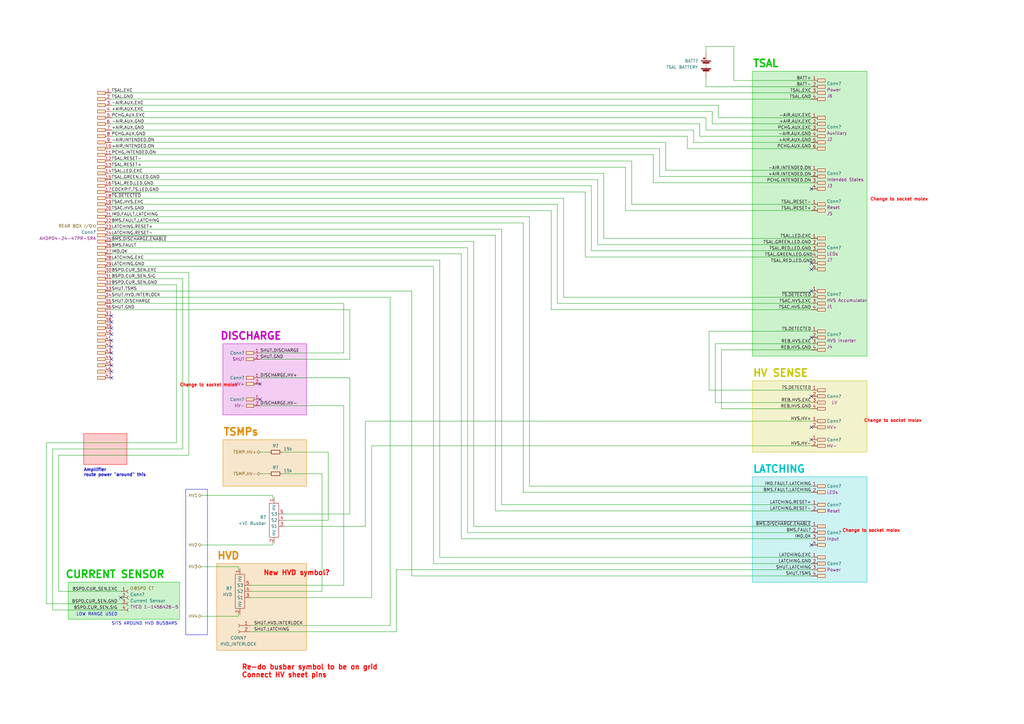
<source format=kicad_sch>
(kicad_sch (version 20231120) (generator "eeschema") (generator_version "8.0")
  (paper "A3")
  (title_block (title "LOOM - REAR BOX"))
  (lib_symbols
    (symbol "Connector:Conn_01x02_Socket" (pin_names (offset 1.016) hide)
      (property "Reference" "J" (at 0 2.54 0))
      (property "Value" "Conn_01x02_Socket" (at 0 -5.08 0))
      (symbol "Conn_01x02_Socket_1_1"
        (arc (start 0 -2.032) (mid -0.5058 -2.54) (end 0 -3.048) (stroke (width 0.1524)))
        (polyline (pts (xy -1.27 -2.54) (xy -0.508 -2.54)) (stroke (width 0.1524)))
        (polyline (pts (xy -1.27 0) (xy -0.508 0)) (stroke (width 0.1524)))
        (arc (start 0 0.508) (mid -0.5058 0) (end 0 -0.508) (stroke (width 0.1524)))
        (pin passive line (at -5.08 0 0) (length 3.81) (name "Pin_1") (number "1"))
        (pin passive line (at -5.08 -2.54 0) (length 3.81) (name "Pin_2") (number "2"))
      )
    )
    (symbol "Connectors_SUFST:AMPHENOL-47P-Pannel"
      (property "Reference" "Conn" (at 0 -1.905 0))
      (property "P/N" "AHDP04-24-47PR-SRA" (at 0 0 0))
      (symbol "AMPHENOL-47P-Pannel_0_1"
        (polyline (pts (xy -0.635 -121.285) (xy 1.905 -121.285)))
        (polyline (pts (xy -0.635 -116.205) (xy 1.905 -116.205)))
        (polyline (pts (xy -0.635 -111.125) (xy 1.905 -111.125)))
        (polyline (pts (xy -0.635 -106.045) (xy 1.905 -106.045)))
        (polyline (pts (xy -0.635 -100.965) (xy 1.905 -100.965)))
        (polyline (pts (xy -0.635 -95.885) (xy 1.905 -95.885)))
        (polyline (pts (xy -0.635 -90.805) (xy 1.905 -90.805)))
        (polyline (pts (xy -0.635 -85.725) (xy 1.905 -85.725)))
        (polyline (pts (xy -0.635 -80.645) (xy 1.905 -80.645)))
        (polyline (pts (xy -0.635 -75.565) (xy 1.905 -75.565)))
        (polyline (pts (xy -0.635 -70.485) (xy 1.905 -70.485)))
        (polyline (pts (xy -0.635 -65.405) (xy 1.905 -65.405)))
        (polyline (pts (xy -0.635 -60.325) (xy 1.905 -60.325)))
        (polyline (pts (xy -0.635 -55.245) (xy 1.905 -55.245)))
        (polyline (pts (xy -0.635 -50.165) (xy 1.905 -50.165)))
        (polyline (pts (xy -0.635 -45.085) (xy 1.905 -45.085)))
        (polyline (pts (xy -0.635 -40.005) (xy 1.905 -40.005)))
        (polyline (pts (xy -0.635 -34.925) (xy 1.905 -34.925)))
        (polyline (pts (xy -0.635 -29.845) (xy 1.905 -29.845)))
        (polyline (pts (xy -0.635 -24.765) (xy 1.905 -24.765)))
        (polyline (pts (xy -0.635 -19.685) (xy 1.905 -19.685)))
        (polyline (pts (xy -0.635 -14.605) (xy 1.905 -14.605)))
        (polyline (pts (xy -0.635 -9.525) (xy 1.905 -9.525)))
        (polyline (pts (xy -0.635 -4.445) (xy 1.905 -4.445)))
      )
      (symbol "AMPHENOL-47P-Pannel_1_1"
        (rectangle (start -3.81 -120.65) (end -0.635 -121.92) (fill (type color) (color 255 229 191 1)))
        (rectangle (start -3.81 -118.11) (end -0.635 -119.38) (fill (type color) (color 255 229 191 1)))
        (rectangle (start -3.81 -115.57) (end -0.635 -116.84) (fill (type color) (color 255 229 191 1)))
        (rectangle (start -3.81 -113.03) (end -0.635 -114.3) (fill (type color) (color 255 229 191 1)))
        (rectangle (start -3.81 -110.49) (end -0.635 -111.76) (fill (type color) (color 255 229 191 1)))
        (rectangle (start -3.81 -107.95) (end -0.635 -109.22) (fill (type color) (color 255 229 191 1)))
        (rectangle (start -3.81 -105.41) (end -0.635 -106.68) (fill (type color) (color 255 229 191 1)))
        (rectangle (start -3.81 -102.87) (end -0.635 -104.14) (fill (type color) (color 255 229 191 1)))
        (rectangle (start -3.81 -100.33) (end -0.635 -101.6) (fill (type color) (color 255 229 191 1)))
        (rectangle (start -3.81 -97.79) (end -0.635 -99.06) (fill (type color) (color 255 229 191 1)))
        (rectangle (start -3.81 -95.25) (end -0.635 -96.52) (fill (type color) (color 255 229 191 1)))
        (rectangle (start -3.81 -92.71) (end -0.635 -93.98) (fill (type color) (color 255 229 191 1)))
        (rectangle (start -3.81 -90.17) (end -0.635 -91.44) (fill (type color) (color 255 229 191 1)))
        (rectangle (start -3.81 -87.63) (end -0.635 -88.9) (fill (type color) (color 255 229 191 1)))
        (rectangle (start -3.81 -85.09) (end -0.635 -86.36) (fill (type color) (color 255 229 191 1)))
        (rectangle (start -3.81 -82.55) (end -0.635 -83.82) (fill (type color) (color 255 229 191 1)))
        (rectangle (start -3.81 -80.01) (end -0.635 -81.28) (fill (type color) (color 255 229 191 1)))
        (rectangle (start -3.81 -77.47) (end -0.635 -78.74) (fill (type color) (color 255 229 191 1)))
        (rectangle (start -3.81 -74.93) (end -0.635 -76.2) (fill (type color) (color 255 229 191 1)))
        (rectangle (start -3.81 -72.39) (end -0.635 -73.66) (fill (type color) (color 255 229 191 1)))
        (rectangle (start -3.81 -69.85) (end -0.635 -71.12) (fill (type color) (color 255 229 191 1)))
        (rectangle (start -3.81 -67.31) (end -0.635 -68.58) (fill (type color) (color 255 229 191 1)))
        (rectangle (start -3.81 -64.77) (end -0.635 -66.04) (fill (type color) (color 255 229 191 1)))
        (rectangle (start -3.81 -62.23) (end -0.635 -63.5) (fill (type color) (color 255 229 191 1)))
        (rectangle (start -3.81 -59.69) (end -0.635 -60.96) (fill (type color) (color 255 229 191 1)))
        (rectangle (start -3.81 -57.15) (end -0.635 -58.42) (fill (type color) (color 255 229 191 1)))
        (rectangle (start -3.81 -54.61) (end -0.635 -55.88) (fill (type color) (color 255 229 191 1)))
        (rectangle (start -3.81 -52.07) (end -0.635 -53.34) (fill (type color) (color 255 229 191 1)))
        (rectangle (start -3.81 -49.53) (end -0.635 -50.8) (fill (type color) (color 255 229 191 1)))
        (rectangle (start -3.81 -46.99) (end -0.635 -48.26) (fill (type color) (color 255 229 191 1)))
        (rectangle (start -3.81 -44.45) (end -0.635 -45.72) (fill (type color) (color 255 229 191 1)))
        (rectangle (start -3.81 -41.91) (end -0.635 -43.18) (fill (type color) (color 255 229 191 1)))
        (rectangle (start -3.81 -39.37) (end -0.635 -40.64) (fill (type color) (color 255 229 191 1)))
        (rectangle (start -3.81 -36.83) (end -0.635 -38.1) (fill (type color) (color 255 229 191 1)))
        (rectangle (start -3.81 -34.29) (end -0.635 -35.56) (fill (type color) (color 255 229 191 1)))
        (rectangle (start -3.81 -31.75) (end -0.635 -33.02) (fill (type color) (color 255 229 191 1)))
        (rectangle (start -3.81 -29.21) (end -0.635 -30.48) (fill (type color) (color 255 229 191 1)))
        (rectangle (start -3.81 -26.67) (end -0.635 -27.94) (fill (type color) (color 255 229 191 1)))
        (rectangle (start -3.81 -24.13) (end -0.635 -25.4) (fill (type color) (color 255 229 191 1)))
        (rectangle (start -3.81 -21.59) (end -0.635 -22.86) (fill (type color) (color 255 229 191 1)))
        (rectangle (start -3.81 -19.05) (end -0.635 -20.32) (fill (type color) (color 255 229 191 1)))
        (rectangle (start -3.81 -16.51) (end -0.635 -17.78) (fill (type color) (color 255 229 191 1)))
        (rectangle (start -3.81 -13.97) (end -0.635 -15.24) (fill (type color) (color 255 229 191 1)))
        (rectangle (start -3.81 -11.43) (end -0.635 -12.7) (fill (type color) (color 255 229 191 1)))
        (rectangle (start -3.81 -8.89) (end -0.635 -10.16) (fill (type color) (color 255 229 191 1)))
        (rectangle (start -3.81 -6.35) (end -0.635 -7.62) (fill (type color) (color 255 229 191 1)))
        (rectangle (start -3.81 -3.81) (end -0.635 -5.08) (fill (type color) (color 255 229 191 1)))
        (pin input line (at 1.905 -4.445 180) (length 2.54) (name "") (number "1"))
        (pin input line (at 1.905 -27.305 180) (length 2.54) (name "") (number "10"))
        (pin input line (at 1.905 -29.845 180) (length 2.54) (name "") (number "11"))
        (pin input line (at 1.905 -32.385 180) (length 2.54) (name "") (number "12"))
        (pin input line (at 1.905 -34.925 180) (length 2.54) (name "") (number "13"))
        (pin input line (at 1.905 -37.465 180) (length 2.54) (name "") (number "14"))
        (pin input line (at 1.905 -40.005 180) (length 2.54) (name "") (number "15"))
        (pin input line (at 1.905 -42.545 180) (length 2.54) (name "") (number "16"))
        (pin input line (at 1.905 -45.085 180) (length 2.54) (name "") (number "17"))
        (pin input line (at 1.905 -47.625 180) (length 2.54) (name "") (number "18"))
        (pin input line (at 1.905 -50.165 180) (length 2.54) (name "") (number "19"))
        (pin input line (at 1.905 -6.985 180) (length 2.54) (name "") (number "2"))
        (pin input line (at 1.905 -52.705 180) (length 2.54) (name "") (number "20"))
        (pin input line (at 1.905 -55.245 180) (length 2.54) (name "") (number "21"))
        (pin input line (at 1.905 -57.785 180) (length 2.54) (name "") (number "22"))
        (pin input line (at 1.905 -60.325 180) (length 2.54) (name "") (number "23"))
        (pin input line (at 1.905 -62.865 180) (length 2.54) (name "") (number "24"))
        (pin input line (at 1.905 -65.405 180) (length 2.54) (name "") (number "25"))
        (pin input line (at 1.905 -67.945 180) (length 2.54) (name "") (number "26"))
        (pin input line (at 1.905 -70.485 180) (length 2.54) (name "") (number "27"))
        (pin input line (at 1.905 -73.025 180) (length 2.54) (name "") (number "28"))
        (pin input line (at 1.905 -75.565 180) (length 2.54) (name "") (number "29"))
        (pin input line (at 1.905 -9.525 180) (length 2.54) (name "") (number "3"))
        (pin input line (at 1.905 -78.105 180) (length 2.54) (name "") (number "30"))
        (pin input line (at 1.905 -80.645 180) (length 2.54) (name "") (number "31"))
        (pin input line (at 1.905 -83.185 180) (length 2.54) (name "") (number "32"))
        (pin input line (at 1.905 -85.725 180) (length 2.54) (name "") (number "33"))
        (pin input line (at 1.905 -88.265 180) (length 2.54) (name "") (number "34"))
        (pin input line (at 1.905 -90.805 180) (length 2.54) (name "") (number "35"))
        (pin input line (at 1.905 -93.345 180) (length 2.54) (name "") (number "36"))
        (pin input line (at 1.905 -95.885 180) (length 2.54) (name "") (number "37"))
        (pin input line (at 1.905 -98.425 180) (length 2.54) (name "") (number "38"))
        (pin input line (at 1.905 -100.965 180) (length 2.54) (name "") (number "39"))
        (pin input line (at 1.905 -12.065 180) (length 2.54) (name "") (number "4"))
        (pin input line (at 1.905 -103.505 180) (length 2.54) (name "") (number "40"))
        (pin input line (at 1.905 -106.045 180) (length 2.54) (name "") (number "41"))
        (pin input line (at 1.905 -108.585 180) (length 2.54) (name "") (number "42"))
        (pin input line (at 1.905 -111.125 180) (length 2.54) (name "") (number "43"))
        (pin input line (at 1.905 -113.665 180) (length 2.54) (name "") (number "44"))
        (pin input line (at 1.905 -116.205 180) (length 2.54) (name "") (number "45"))
        (pin input line (at 1.905 -118.745 180) (length 2.54) (name "") (number "46"))
        (pin input line (at 1.905 -121.285 180) (length 2.54) (name "") (number "47"))
        (pin input line (at 1.905 -14.605 180) (length 2.54) (name "") (number "5"))
        (pin input line (at 1.905 -17.145 180) (length 2.54) (name "") (number "6"))
        (pin input line (at 1.905 -19.685 180) (length 2.54) (name "") (number "7"))
        (pin input line (at 1.905 -22.225 180) (length 2.54) (name "") (number "8"))
        (pin input line (at 1.905 -24.765 180) (length 2.54) (name "") (number "9"))
      )
    )
    (symbol "Connectors_SUFST:Bus_Bar"
      (property "Reference" "B" (at 0 1.27 0))
      (symbol "Bus_Bar_0_1"
        (rectangle (start -6.985 -2.54) (end 6.985 -6.35))
      )
      (symbol "Bus_Bar_1_1"
        (pin input line (at 9.525 -4.445 180) (length 2.54) (name "HV") (number "1"))
        (pin input line (at -9.525 -4.445 0) (length 2.54) (name "HV") (number "2"))
        (pin input line (at -2.54 -8.89 90) (length 2.54) (name "S1") (number "3"))
        (pin input line (at 0 -8.89 90) (length 2.54) (name "S2") (number "4"))
        (pin input line (at 2.54 -8.89 90) (length 2.54) (name "S3") (number "5"))
      )
    )
    (symbol "Connectors_SUFST:Current Sensor Connector"
      (property "Reference" "Conn" (at -0.635 1.27 0))
      (property "P/N" "TYCO 1-1456426-5" (at 0 5.08 0))
      (symbol "Current Sensor Connector_0_1"
        (arc (start -2.5368 -7.6207) (mid -1.9833 -6.9863) (end -2.5355 -6.3507))
        (arc (start -2.5368 -2.5407) (mid -1.9833 -1.9063) (end -2.5355 -1.2707))
        (arc (start -2.4524 -10.1601) (mid -1.8989 -9.5257) (end -2.4511 -8.8901))
        (arc (start -2.4524 -5.0801) (mid -1.8989 -4.4457) (end -2.4511 -3.8101))
      )
      (symbol "Current Sensor Connector_1_1"
        (pin input line (at 0.635 -9.525 180) (length 2.54) (name "") (number "1"))
        (pin input line (at 0.635 -6.985 180) (length 2.54) (name "") (number "2"))
        (pin input line (at 0.635 -4.445 180) (length 2.54) (name "") (number "3"))
        (pin input line (at 0.635 -1.905 180) (length 2.54) (name "") (number "4"))
      )
    )
    (symbol "Connectors_SUFST:Molex_2x1P_Horizontal_THT"
      (property "Reference" "Conn" (at 0 -1.905 0))
      (symbol "Molex_2x1P_Horizontal_THT_0_1"
        (polyline (pts (xy -0.635 -4.445) (xy 1.905 -4.445)))
      )
      (symbol "Molex_2x1P_Horizontal_THT_1_1"
        (rectangle (start -3.81 -6.35) (end -0.635 -7.62) (fill (type color) (color 255 229 191 1)))
        (rectangle (start -3.81 -3.81) (end -0.635 -5.08) (fill (type color) (color 255 229 191 1)))
        (pin input line (at 1.905 -6.985 180) (length 2.54) (name "") (number "1"))
        (pin input line (at 1.905 -4.445 180) (length 2.54) (name "") (number "2"))
      )
    )
    (symbol "Connectors_SUFST:Molex_2x2P_Horizontal"
      (property "Reference" "Conn" (at 0 -1.905 0))
      (symbol "Molex_2x2P_Horizontal_0_1"
        (polyline (pts (xy -0.635 -9.525) (xy 1.905 -9.525)))
        (polyline (pts (xy -0.635 -4.445) (xy 1.905 -4.445)))
      )
      (symbol "Molex_2x2P_Horizontal_1_1"
        (rectangle (start -3.81 -11.43) (end -0.635 -12.7) (fill (type color) (color 255 229 191 1)))
        (rectangle (start -3.81 -8.89) (end -0.635 -10.16) (fill (type color) (color 255 229 191 1)))
        (rectangle (start -3.81 -6.35) (end -0.635 -7.62) (fill (type color) (color 255 229 191 1)))
        (rectangle (start -3.81 -3.81) (end -0.635 -5.08) (fill (type color) (color 255 229 191 1)))
        (pin input line (at 1.905 -12.065 180) (length 2.54) (name "") (number "1"))
        (pin input line (at 1.905 -9.525 180) (length 2.54) (name "") (number "2"))
        (pin input line (at 1.905 -6.985 180) (length 2.54) (name "") (number "3"))
        (pin input line (at 1.905 -4.445 180) (length 2.54) (name "") (number "4"))
      )
    )
    (symbol "Connectors_SUFST:Molex_6x1P_Horizontal_THT"
      (property "Reference" "Conn" (at 0 -1.905 0))
      (symbol "Molex_6x1P_Horizontal_THT_0_1"
        (polyline (pts (xy -0.635 -14.605) (xy 1.905 -14.605)))
        (polyline (pts (xy -0.635 -9.525) (xy 1.905 -9.525)))
        (polyline (pts (xy -0.635 -4.445) (xy 1.905 -4.445)))
      )
      (symbol "Molex_6x1P_Horizontal_THT_1_1"
        (rectangle (start -3.81 -16.51) (end -0.635 -17.78) (fill (type color) (color 255 229 191 1)))
        (rectangle (start -3.81 -13.97) (end -0.635 -15.24) (fill (type color) (color 255 229 191 1)))
        (rectangle (start -3.81 -11.43) (end -0.635 -12.7) (fill (type color) (color 255 229 191 1)))
        (rectangle (start -3.81 -8.89) (end -0.635 -10.16) (fill (type color) (color 255 229 191 1)))
        (rectangle (start -3.81 -6.35) (end -0.635 -7.62) (fill (type color) (color 255 229 191 1)))
        (rectangle (start -3.81 -3.81) (end -0.635 -5.08) (fill (type color) (color 255 229 191 1)))
        (pin input line (at 1.905 -4.445 180) (length 2.54) (name "") (number "1"))
        (pin input line (at 1.905 -6.985 180) (length 2.54) (name "") (number "2"))
        (pin input line (at 1.905 -9.525 180) (length 2.54) (name "") (number "3"))
        (pin input line (at 1.905 -12.065 180) (length 2.54) (name "") (number "4"))
        (pin input line (at 1.905 -14.605 180) (length 2.54) (name "") (number "5"))
        (pin input line (at 1.905 -17.145 180) (length 2.54) (name "") (number "6"))
      )
    )
    (symbol "Device:Battery" (pin_numbers hide) (pin_names (offset 0) hide)
      (property "Reference" "BT" (at 2.54 2.54 0))
      (property "Value" "Battery" (at 2.54 0 0))
      (symbol "Battery_0_1"
        (rectangle (start -2.032 -1.397) (end 2.032 -1.651) (fill (type outline)))
        (rectangle (start -2.032 1.778) (end 2.032 1.524) (fill (type outline)))
        (rectangle (start -1.3208 -1.9812) (end 1.27 -2.4892) (fill (type outline)))
        (rectangle (start -1.3208 1.1938) (end 1.27 0.6858) (fill (type outline)))
        (polyline (pts (xy 0 -1.524) (xy 0 -1.27)))
        (polyline (pts (xy 0 -1.016) (xy 0 -0.762)))
        (polyline (pts (xy 0 -0.508) (xy 0 -0.254)))
        (polyline (pts (xy 0 0) (xy 0 0.254)))
        (polyline (pts (xy 0 0.508) (xy 0 0.762)))
        (polyline (pts (xy 0 1.778) (xy 0 2.54)))
        (polyline (pts (xy 0.254 2.667) (xy 1.27 2.667)) (stroke (width 0.254)))
        (polyline (pts (xy 0.762 3.175) (xy 0.762 2.159)) (stroke (width 0.254)))
      )
      (symbol "Battery_1_1"
        (pin passive line (at 0 5.08 270) (length 2.54) (name "+") (number "1"))
        (pin passive line (at 0 -5.08 90) (length 2.54) (name "-") (number "2"))
      )
    )
    (symbol "Device:R_Small" (pin_numbers hide) (pin_names (offset 0.254) hide)
      (property "Reference" "R" (at 0.762 0.508 0))
      (property "Value" "R_Small" (at 0.762 -1.016 0))
      (symbol "R_Small_0_1"
        (rectangle (start -0.762 1.778) (end 0.762 -1.778) (stroke (width 0.2032)))
      )
      (symbol "R_Small_1_1"
        (pin passive line (at 0 2.54 270) (length 0.762) (name "~") (number "1"))
        (pin passive line (at 0 -2.54 90) (length 0.762) (name "~") (number "2"))
      )
    )
    (symbol "Molex_2x2P_Horizontal_1"
      (property "Reference" "Conn" (at 0 -1.905 0))
      (symbol "Molex_2x2P_Horizontal_1_0_1"
        (polyline (pts (xy -0.635 -9.525) (xy 1.905 -9.525)))
        (polyline (pts (xy -0.635 -4.445) (xy 1.905 -4.445)))
      )
      (symbol "Molex_2x2P_Horizontal_1_1_1"
        (rectangle (start -3.81 -11.43) (end -0.635 -12.7) (fill (type color) (color 255 229 191 1)))
        (rectangle (start -3.81 -8.89) (end -0.635 -10.16) (fill (type color) (color 255 229 191 1)))
        (rectangle (start -3.81 -6.35) (end -0.635 -7.62) (fill (type color) (color 255 229 191 1)))
        (rectangle (start -3.81 -3.81) (end -0.635 -5.08) (fill (type color) (color 255 229 191 1)))
        (pin input line (at 1.905 -12.065 180) (length 2.54) (name "") (number "1"))
        (pin input line (at 1.905 -9.525 180) (length 2.54) (name "") (number "2"))
        (pin input line (at 1.905 -6.985 180) (length 2.54) (name "") (number "3"))
        (pin input line (at 1.905 -4.445 180) (length 2.54) (name "") (number "4"))
      )
    )
  )
  (no_connect (at 45.72 134.62))
  (no_connect (at 45.72 142.24))
  (no_connect (at 332.74 175.26))
  (no_connect (at 45.72 144.78))
  (no_connect (at 332.74 77.47))
  (no_connect (at 332.74 107.95))
  (no_connect (at 332.74 162.56))
  (no_connect (at 332.74 110.49))
  (no_connect (at 332.74 119.38))
  (no_connect (at 106.68 163.83))
  (no_connect (at 49.53 245.11))
  (no_connect (at 45.72 147.32))
  (no_connect (at 45.72 129.54))
  (no_connect (at 332.74 223.52))
  (no_connect (at 45.72 137.16))
  (no_connect (at 106.68 157.48))
  (no_connect (at 332.74 138.43))
  (no_connect (at 45.72 149.86))
  (no_connect (at 45.72 132.08))
  (no_connect (at 45.72 154.94))
  (no_connect (at 332.74 180.34))
  (no_connect (at 45.72 152.4))
  (no_connect (at 45.72 139.7))
  (wire (pts (xy 281.94 60.96) (xy 332.74 60.96)))
  (wire (pts (xy 194.31 99.06) (xy 194.31 215.9)))
  (wire (pts (xy 245.11 100.33) (xy 332.74 100.33)))
  (wire (pts (xy 284.48 53.34) (xy 284.48 58.42)))
  (wire (pts (xy 97.79 252.73) (xy 97.79 251.46)))
  (wire (pts (xy 228.6 124.46) (xy 332.74 124.46)))
  (wire (pts (xy 45.72 58.42) (xy 273.05 58.42)))
  (wire (pts (xy 45.72 106.68) (xy 180.34 106.68)))
  (wire (pts (xy 45.72 55.88) (xy 281.94 55.88)))
  (wire (pts (xy 45.72 48.26) (xy 289.56 48.26)))
  (wire (pts (xy 24.13 186.69) (xy 77.47 186.69)))
  (wire (pts (xy 245.11 73.66) (xy 245.11 100.33)))
  (wire (pts (xy 106.68 154.94) (xy 143.51 154.94)))
  (wire (pts (xy 77.47 111.76) (xy 45.72 111.76)))
  (wire (pts (xy 293.37 165.1) (xy 293.37 140.97)))
  (wire (pts (xy 45.72 78.74) (xy 240.03 78.74)))
  (wire (pts (xy 140.97 144.78) (xy 140.97 124.46)))
  (wire (pts (xy 134.62 185.42) (xy 134.62 213.36)))
  (wire (pts (xy 45.72 124.46) (xy 140.97 124.46)))
  (wire (pts (xy 72.39 181.61) (xy 72.39 116.84)))
  (wire (pts (xy 203.2 96.52) (xy 203.2 209.55)))
  (wire (pts (xy 45.72 50.8) (xy 287.02 50.8)))
  (wire (pts (xy 292.1 45.72) (xy 292.1 50.8)))
  (wire (pts (xy 49.53 247.65) (xy 19.05 247.65)))
  (wire (pts (xy 102.87 256.54) (xy 160.02 256.54)))
  (wire (pts (xy 45.72 38.1) (xy 332.74 38.1)))
  (wire (pts (xy 106.68 147.32) (xy 143.51 147.32)))
  (wire (pts (xy 45.72 96.52) (xy 203.2 96.52)))
  (wire (pts (xy 45.72 45.72) (xy 292.1 45.72)))
  (wire (pts (xy 267.97 74.93) (xy 332.74 74.93)))
  (wire (pts (xy 189.23 104.14) (xy 189.23 220.98)))
  (wire (pts (xy 19.05 181.61) (xy 72.39 181.61)))
  (wire (pts (xy 259.08 66.04) (xy 259.08 83.82)))
  (wire (pts (xy 143.51 127) (xy 143.51 147.32)))
  (wire (pts (xy 21.59 250.19) (xy 49.53 250.19)))
  (wire (pts (xy 45.72 93.98) (xy 205.74 93.98)))
  (wire (pts (xy 134.62 213.36) (xy 116.84 213.36)))
  (wire (pts (xy 247.65 71.12) (xy 247.65 97.79)))
  (wire (pts (xy 152.4 182.88) (xy 152.4 245.11)))
  (wire (pts (xy 228.6 83.82) (xy 228.6 124.46)))
  (wire (pts (xy 293.37 140.97) (xy 332.74 140.97)))
  (wire (pts (xy 72.39 116.84) (xy 45.72 116.84)))
  (wire (pts (xy 77.47 186.69) (xy 77.47 111.76)))
  (wire (pts (xy 332.74 167.64) (xy 295.91 167.64)))
  (wire (pts (xy 214.63 201.93) (xy 332.74 201.93)))
  (wire (pts (xy 287.02 50.8) (xy 287.02 55.88)))
  (wire (pts (xy 242.57 102.87) (xy 332.74 102.87)))
  (wire (pts (xy 168.91 119.38) (xy 168.91 236.22)))
  (wire (pts (xy 74.93 114.3) (xy 74.93 184.15)))
  (wire (pts (xy 45.72 86.36) (xy 226.06 86.36)))
  (wire (pts (xy 290.83 160.02) (xy 290.83 135.89)))
  (wire (pts (xy 289.56 35.56) (xy 332.74 35.56)))
  (wire (pts (xy 273.05 58.42) (xy 273.05 69.85)))
  (wire (pts (xy 332.74 182.88) (xy 152.4 182.88)))
  (wire (pts (xy 102.87 259.08) (xy 162.56 259.08)))
  (wire (pts (xy 194.31 215.9) (xy 332.74 215.9)))
  (wire (pts (xy 191.77 218.44) (xy 332.74 218.44)))
  (wire (pts (xy 294.64 48.26) (xy 332.74 48.26)))
  (wire (pts (xy 45.72 76.2) (xy 242.57 76.2)))
  (wire (pts (xy 226.06 127) (xy 332.74 127)))
  (wire (pts (xy 45.72 40.64) (xy 332.74 40.64)))
  (wire (pts (xy 24.13 242.57) (xy 24.13 186.69)))
  (wire (pts (xy 270.51 72.39) (xy 332.74 72.39)))
  (wire (pts (xy 45.72 114.3) (xy 74.93 114.3)))
  (wire (pts (xy 160.02 121.92) (xy 160.02 256.54)))
  (wire (pts (xy 19.05 247.65) (xy 19.05 181.61)))
  (wire (pts (xy 82.55 203.2) (xy 111.76 203.2)))
  (wire (pts (xy 106.68 185.42) (xy 110.49 185.42)))
  (wire (pts (xy 45.72 101.6) (xy 191.77 101.6)))
  (wire (pts (xy 45.72 66.04) (xy 259.08 66.04)))
  (wire (pts (xy 273.05 69.85) (xy 332.74 69.85)))
  (wire (pts (xy 256.54 68.58) (xy 256.54 86.36)))
  (wire (pts (xy 162.56 233.68) (xy 162.56 259.08)))
  (wire (pts (xy 45.72 63.5) (xy 267.97 63.5)))
  (wire (pts (xy 214.63 91.44) (xy 214.63 201.93)))
  (wire (pts (xy 332.74 160.02) (xy 290.83 160.02)))
  (wire (pts (xy 45.72 88.9) (xy 217.17 88.9)))
  (wire (pts (xy 332.74 172.72) (xy 149.86 172.72)))
  (wire (pts (xy 267.97 63.5) (xy 267.97 74.93)))
  (wire (pts (xy 177.8 109.22) (xy 177.8 231.14)))
  (wire (pts (xy 259.08 83.82) (xy 332.74 83.82)))
  (wire (pts (xy 106.68 144.78) (xy 140.97 144.78)))
  (wire (pts (xy 45.72 43.18) (xy 294.64 43.18)))
  (wire (pts (xy 332.74 165.1) (xy 293.37 165.1)))
  (wire (pts (xy 284.48 58.42) (xy 332.74 58.42)))
  (wire (pts (xy 102.87 240.03) (xy 140.97 240.03)))
  (wire (pts (xy 240.03 78.74) (xy 240.03 105.41)))
  (wire (pts (xy 295.91 167.64) (xy 295.91 143.51)))
  (wire (pts (xy 289.56 19.05) (xy 289.56 21.59)))
  (wire (pts (xy 111.76 203.2) (xy 111.76 204.47)))
  (wire (pts (xy 191.77 101.6) (xy 191.77 218.44)))
  (wire (pts (xy 45.72 91.44) (xy 214.63 91.44)))
  (wire (pts (xy 45.72 73.66) (xy 245.11 73.66)))
  (wire (pts (xy 217.17 199.39) (xy 332.74 199.39)))
  (wire (pts (xy 217.17 88.9) (xy 217.17 199.39)))
  (wire (pts (xy 45.72 119.38) (xy 168.91 119.38)))
  (wire (pts (xy 287.02 55.88) (xy 332.74 55.88)))
  (wire (pts (xy 45.72 60.96) (xy 270.51 60.96)))
  (wire (pts (xy 132.08 242.57) (xy 132.08 194.31)))
  (wire (pts (xy 45.72 68.58) (xy 256.54 68.58)))
  (wire (pts (xy 281.94 55.88) (xy 281.94 60.96)))
  (wire (pts (xy 294.64 43.18) (xy 294.64 48.26)))
  (wire (pts (xy 162.56 233.68) (xy 332.74 233.68)))
  (wire (pts (xy 292.1 50.8) (xy 332.74 50.8)))
  (wire (pts (xy 226.06 86.36) (xy 226.06 127)))
  (wire (pts (xy 205.74 93.98) (xy 205.74 207.01)))
  (wire (pts (xy 45.72 121.92) (xy 160.02 121.92)))
  (wire (pts (xy 132.08 194.31) (xy 115.57 194.31)))
  (wire (pts (xy 180.34 228.6) (xy 332.74 228.6)))
  (wire (pts (xy 149.86 172.72) (xy 149.86 215.9)))
  (wire (pts (xy 45.72 71.12) (xy 247.65 71.12)))
  (wire (pts (xy 45.72 109.22) (xy 177.8 109.22)))
  (wire (pts (xy 45.72 127) (xy 143.51 127)))
  (wire (pts (xy 82.55 223.52) (xy 111.76 223.52)))
  (wire (pts (xy 115.57 185.42) (xy 134.62 185.42)))
  (wire (pts (xy 256.54 86.36) (xy 332.74 86.36)))
  (wire (pts (xy 240.03 105.41) (xy 332.74 105.41)))
  (wire (pts (xy 111.76 223.52) (xy 111.76 222.25)))
  (wire (pts (xy 143.51 210.82) (xy 143.51 154.94)))
  (wire (pts (xy 177.8 231.14) (xy 332.74 231.14)))
  (wire (pts (xy 231.14 81.28) (xy 231.14 121.92)))
  (wire (pts (xy 231.14 121.92) (xy 332.74 121.92)))
  (wire (pts (xy 168.91 236.22) (xy 332.74 236.22)))
  (wire (pts (xy 203.2 209.55) (xy 332.74 209.55)))
  (wire (pts (xy 289.56 31.75) (xy 289.56 35.56)))
  (wire (pts (xy 205.74 207.01) (xy 332.74 207.01)))
  (wire (pts (xy 270.51 60.96) (xy 270.51 72.39)))
  (wire (pts (xy 289.56 48.26) (xy 289.56 53.34)))
  (wire (pts (xy 152.4 245.11) (xy 102.87 245.11)))
  (wire (pts (xy 45.72 83.82) (xy 228.6 83.82)))
  (wire (pts (xy 140.97 240.03) (xy 140.97 166.37)))
  (wire (pts (xy 106.68 194.31) (xy 110.49 194.31)))
  (wire (pts (xy 82.55 232.41) (xy 97.79 232.41)))
  (wire (pts (xy 332.74 143.51) (xy 295.91 143.51)))
  (wire (pts (xy 332.74 33.02) (xy 300.99 33.02)))
  (wire (pts (xy 49.53 242.57) (xy 24.13 242.57)))
  (wire (pts (xy 45.72 104.14) (xy 189.23 104.14)))
  (wire (pts (xy 45.72 53.34) (xy 284.48 53.34)))
  (wire (pts (xy 300.99 19.05) (xy 289.56 19.05)))
  (wire (pts (xy 149.86 215.9) (xy 116.84 215.9)))
  (wire (pts (xy 140.97 166.37) (xy 106.68 166.37)))
  (wire (pts (xy 289.56 53.34) (xy 332.74 53.34)))
  (wire (pts (xy 45.72 99.06) (xy 194.31 99.06)))
  (wire (pts (xy 74.93 184.15) (xy 21.59 184.15)))
  (wire (pts (xy 180.34 106.68) (xy 180.34 228.6)))
  (wire (pts (xy 82.55 252.73) (xy 97.79 252.73)))
  (wire (pts (xy 45.72 81.28) (xy 231.14 81.28)))
  (wire (pts (xy 21.59 184.15) (xy 21.59 250.19)))
  (wire (pts (xy 97.79 232.41) (xy 97.79 233.68)))
  (wire (pts (xy 290.83 135.89) (xy 332.74 135.89)))
  (wire (pts (xy 189.23 220.98) (xy 332.74 220.98)))
  (wire (pts (xy 116.84 210.82) (xy 143.51 210.82)))
  (wire (pts (xy 300.99 33.02) (xy 300.99 19.05)))
  (wire (pts (xy 247.65 97.79) (xy 332.74 97.79)))
  (wire (pts (xy 102.87 242.57) (xy 132.08 242.57)))
  (wire (pts (xy 242.57 76.2) (xy 242.57 102.87)))
  (rectangle (start 308.61 156.21) (end 355.6 185.42) (stroke (width 0) (color 194 194 0 1)) (fill (type color) (color 194 194 0 0.2)))
  (rectangle (start 91.44 140.97) (end 125.73 170.18) (stroke (width 0) (color 194 0 194 1)) (fill (type color) (color 194 0 194 0.2)))
  (rectangle (start 34.29 177.8) (end 52.07 190.5) (stroke (width 0) (color 255 0 0 1)) (fill (type color) (color 255 0 0 0.2)))
  (rectangle (start 91.44 180.34) (end 125.73 199.39) (stroke (width 0) (color 221 133 0 1)) (fill (type color) (color 221 133 0 0.2)))
  (rectangle (start 76.2 200.66) (end 85.09 260.35))
  (rectangle (start 308.61 29.21) (end 355.6 146.05) (stroke (width 0) (color 0 194 0 1)) (fill (type color) (color 0 194 0 0.2)))
  (rectangle (start 308.61 195.58) (end 355.6 238.76) (stroke (width 0) (color 0 194 194 1)) (fill (type color) (color 0 194 194 0.2)))
  (rectangle (start 88.9 231.14) (end 125.73 266.7) (stroke (width 0) (color 221 133 0 1)) (fill (type color) (color 221 133 0 0.2)))
  (rectangle (start 27.94 238.76) (end 73.66 254) (stroke (width 0) (color 0 194 0 1)) (fill (type color) (color 0 194 0 0.2)))
  (text "Change to socket molex" (at 356.87 82.55 0) (effects (font (size 1.27 1.27) (bold yes)) (justify left bottom)))
  (text "Change to socket molex" (at 354.33 173.355 0) (effects (font (size 1.27 1.27) (bold yes)) (justify left bottom)))
  (text "LATCHING" (at 308.61 194.31 0) (effects (font (size 3 3) (thickness 0.6) (bold yes)) (justify left bottom)))
  (text "TSMPs" (at 91.44 179.07 0) (effects (font (size 3 3) (thickness 0.6) (bold yes)) (justify left bottom)))
  (text "LOW RANGE USED" (at 48.26 252.73 0) (effects (font (size 1.27 1.27)) (justify right bottom)))
  (text "TSAL" (at 308.61 27.94 0) (effects (font (size 3 3) (thickness 0.6) (bold yes)) (justify left bottom)))
  (text "DISCHARGE" (at 90.17 139.7 0) (effects (font (size 3 3) (thickness 0.6) (bold yes)) (justify left bottom)))
  (text "Change to socket molex" (at 73.66 158.75 0) (effects (font (size 1.27 1.27) (bold yes)) (justify left bottom)))
  (text "Re-do busbar symbol to be on grid\nConnect HV sheet pins" (at 99.06 278.13 0) (effects (font (size 2 2) (thickness 0.4) (bold yes)) (justify left bottom)))
  (text "SITS AROUND HVD BUSBARS" (at 45.72 256.54 0) (effects (font (size 1.27 1.27)) (justify left bottom)))
  (text "Ampllifier\nroute power \"around\" this" (at 34.29 195.58 0) (effects (font (size 1.27 1.27) (bold yes)) (justify left bottom)))
  (text "Change to socket molex" (at 345.44 218.44 0) (effects (font (size 1.27 1.27) (bold yes)) (justify left bottom)))
  (text "CURRENT SENSOR" (at 26.67 237.49 0) (effects (font (size 3 3) (thickness 0.6) (bold yes)) (justify left bottom)))
  (text "HVD" (at 88.9 229.87 0) (effects (font (size 3 3) (thickness 0.6) (bold yes)) (justify left bottom)))
  (text "New HVD symbol?" (at 107.95 236.22 0) (effects (font (size 2 2) (thickness 0.4) (bold yes)) (justify left bottom)))
  (text "HV SENSE" (at 308.61 154.94 0) (effects (font (size 3 3) (thickness 0.6) (bold yes)) (justify left bottom)))
  (label "LATCHING.RESET+" (at 45.72 93.98 0))
  (label "IMD.FAULT.LATCHING" (at 332.74 199.39 180))
  (label "TSAC.HVS.GND" (at 45.72 86.36 0))
  (label "BMS.FAULT.LATCHING" (at 45.72 91.44 0))
  (label "+AIR.AUX.GND" (at 332.74 58.42 180))
  (label "PCHG.AUX.EXC" (at 332.74 53.34 180))
  (label "LATCHING.RESET-" (at 332.74 209.55 180))
  (label "+AIR.INTENDED.ON" (at 332.74 72.39 180))
  (label "PCHG.AUX.GND" (at 332.74 60.96 180))
  (label "DISCHARGE.HV-" (at 106.68 166.37 0))
  (label "HVS.HV+" (at 332.74 172.72 180))
  (label "LATCHING.EXC" (at 45.72 106.68 0))
  (label "TSAL.RESET+" (at 332.74 86.36 180))
  (label "BMS.FAULT" (at 332.74 218.44 180))
  (label "SHUT.LATCHING" (at 332.74 233.68 180))
  (label "TSAL.GREEN.LED.GND" (at 45.72 73.66 0))
  (label "REB.HVS.EXC" (at 332.74 165.1 180))
  (label "BATT-" (at 332.74 35.56 180))
  (label "SHUT.DISCHARGE" (at 45.72 124.46 0))
  (label "BSPD.CUR_SEN.GND" (at 45.72 116.84 0))
  (label "TS.DETECTED" (at 332.74 135.89 180))
  (label "BSPD.CUR_SEN.GND" (at 48.26 247.65 180))
  (label "LATCHING.GND" (at 45.72 109.22 0))
  (label "TSAL.RED.LED.GND" (at 332.74 102.87 180))
  (label "-AIR.INTENDED.ON" (at 45.72 58.42 0))
  (label "LATCHING.RESET-" (at 45.72 96.52 0))
  (label "IMD.OK" (at 45.72 104.14 0))
  (label "BSPD.CUR_SEN.SIG" (at 45.72 114.3 0))
  (label "COCKPIT.TS.LED.GND" (at 45.72 78.74 0))
  (label "-AIR.AUX.GND" (at 45.72 50.8 0))
  (label "+AIR.AUX.EXC" (at 45.72 45.72 0))
  (label "TSAL.EXC" (at 332.74 38.1 180))
  (label "~{TS.DETECTED}" (at 45.72 81.28 0))
  (label "BMS.FAULT.LATCHING" (at 332.74 201.93 180))
  (label "TSAL.RESET+" (at 45.72 68.58 0))
  (label "HVS.HV-" (at 332.74 182.88 180))
  (label "SHUT.GND" (at 45.72 127 0))
  (label "BATT+" (at 332.74 33.02 180))
  (label "SHUT.TSMS" (at 45.72 119.38 0))
  (label "-AIR.AUX.GND" (at 332.74 55.88 180))
  (label "TSAL.RESET-" (at 45.72 66.04 0))
  (label "PCHG.INTENDED.ON" (at 45.72 63.5 0))
  (label "BMS.FAULT" (at 45.72 101.6 0))
  (label "TSAL.GND" (at 45.72 40.64 0))
  (label "IMD.OK" (at 332.74 220.98 180))
  (label "~{TS.DETECTED}" (at 332.74 121.92 180))
  (label "-AIR.INTENDED.ON" (at 332.74 69.85 180))
  (label "TSAL.RESET-" (at 332.74 83.82 180))
  (label "PCHG.AUX.GND" (at 45.72 55.88 0))
  (label "-AIR.AUX.EXC" (at 45.72 43.18 0))
  (label "REB.HVS.EXC" (at 332.74 140.97 180))
  (label "LATCHING.RESET+" (at 332.74 207.01 180))
  (label "~{BMS.DISCHARGE.ENABLE}" (at 45.72 99.06 0))
  (label "PCHG.INTENDED.ON" (at 332.74 74.93 180))
  (label "LATCHING.GND" (at 332.74 231.14 180))
  (label "PCHG.AUX.EXC" (at 45.72 48.26 0))
  (label "~{BMS.DISCHARGE.ENABLE}" (at 332.74 215.9 180))
  (label "SHUT.DISCHARGE" (at 106.68 144.78 0))
  (label "DISCHARGE.HV+" (at 106.68 154.94 0))
  (label "TSAL.RED.LED.GND" (at 45.72 76.2 0))
  (label "SHUT.GND" (at 106.68 147.32 0))
  (label "IMD.FAULT.LATCHING" (at 45.72 88.9 0))
  (label "TSAL.LED.EXC" (at 332.74 97.79 180))
  (label "SHUT.HVD.INTERLOCK" (at 45.72 121.92 0))
  (label "BSPD.CUR_SEN.EXC" (at 48.26 242.57 180))
  (label "+AIR.AUX.EXC" (at 332.74 50.8 180))
  (label "TSAL.GND" (at 332.74 40.64 180))
  (label "+AIR.INTENDED.ON" (at 45.72 60.96 0))
  (label "BSPD.CUR_SEN.SIG" (at 48.26 250.19 180))
  (label "-AIR.AUX.EXC" (at 332.74 48.26 180))
  (label "TSAL.GREEN.LED.GND" (at 333.375 105.41 180))
  (label "TSAC.HVS.GND" (at 332.74 127 180))
  (label "SHUT.LATCHING" (at 104.14 259.08 0))
  (label "SHUT.HVD.INTERLOCK" (at 104.14 256.54 0))
  (label "REB.HVS.GND" (at 332.74 143.51 180))
  (label "BSPD.CUR_SEN.EXC" (at 45.72 111.76 0))
  (label "+AIR.AUX.GND" (at 45.72 53.34 0))
  (label "TSAL.LED.EXC" (at 45.72 71.12 0))
  (label "LATCHING.EXC" (at 332.74 228.6 180))
  (label "TS.DETECTED" (at 332.74 160.02 180))
  (label "SHUT.TSMS" (at 332.74 236.22 180))
  (label "TSAC.HVS.EXC" (at 332.74 124.46 180))
  (label "REB.HVS.GND" (at 332.74 167.64 180))
  (label "TSAL.RED.LED.GND" (at 333.375 107.95 180))
  (label "TSAC.HVS.EXC" (at 45.72 83.82 0))
  (label "TSAL.GREEN.LED.GND" (at 332.74 100.33 180))
  (label "TSAL.EXC" (at 45.72 38.1 0))
  (hierarchical_label "HV3" (shape bidirectional) (at 82.55 232.41 180))
  (hierarchical_label "TSMP.HV+" (shape bidirectional) (at 106.68 185.42 180))
  (hierarchical_label "HV4" (shape bidirectional) (at 82.55 252.73 180))
  (hierarchical_label "HV1" (shape bidirectional) (at 82.55 203.2 180))
  (hierarchical_label "TSMP.HV-" (shape bidirectional) (at 106.68 194.31 180))
  (hierarchical_label "REAR BOX I{slash}O" (shape bidirectional) (at 39.37 92.71 180))
  (hierarchical_label "HV2" (shape bidirectional) (at 82.55 223.52 180))
  (hierarchical_label "BSPD CT" (shape bidirectional) (at 53.34 241.3 0))
  (symbol (lib_id "Connectors_SUFST:Molex_2x1P_Horizontal_THT") (at 334.645 206.375 180) (unit 1)
    (property "Reference" "Conn?" (at 339.09 199.39 0) (effects (justify right)))
    (property "Value" "Molex_2x1P_Horizontal_THT" (effects (hide yes)))
    (property "P/N" "43650-0200" (effects (hide yes)))
    (property "Name" "LEDs" (at 339.09 201.93 0) (effects (justify right)))
  )
  (symbol (lib_name "Molex_2x2P_Horizontal_1") (lib_id "Connectors_SUFST:Molex_2x2P_Horizontal") (at 334.645 172.085 180) (unit 1)
    (property "Reference" "Conn?" (at 339.09 162.56 0) (effects (justify right)))
    (property "P/N" "43045-0400" (effects (hide yes)))
    (property "Name" "LV" (at 342.265 165.1 0))
  )
  (symbol (lib_id "Connectors_SUFST:AMPHENOL-47P-Pannel") (at 43.815 33.655 0) (unit 1)
    (property "Reference" "Conn?" (at 39.37 95.25 0) (effects (justify right)))
    (property "Value" "AMPHENOL-47P-Pannel" (effects (hide yes)))
    (property "P/N" "AHDP04-24-47PR-SRA" (at 39.37 97.79 0) (effects (justify right)))
  )
  (symbol (lib_id "Connectors_SUFST:Molex_2x1P_Horizontal_THT") (at 104.775 151.765 0) (mirror x) (unit 1)
    (property "Reference" "Conn?" (at 100.33 144.78 0) (effects (justify right)))
    (property "Value" "Molex_2x1P_Horizontal_THT" (effects (hide yes)))
    (property "P/N" "43650-0200" (effects (hide yes)))
    (property "Name" "SHUT" (at 100.33 147.32 0) (effects (justify right)))
  )
  (symbol (lib_id "Connectors_SUFST:Molex_2x1P_Horizontal_THT") (at 334.645 213.995 180) (unit 1)
    (property "Reference" "Conn?" (at 339.09 207.01 0) (effects (justify right)))
    (property "Value" "Molex_2x1P_Horizontal_THT" (effects (hide yes)))
    (property "P/N" "43650-0200" (effects (hide yes)))
    (property "Name" "Reset" (at 339.09 209.55 0) (effects (justify right)))
  )
  (symbol (lib_id "Connectors_SUFST:Molex_2x2P_Horizontal") (at 334.645 147.955 180) (unit 1)
    (property "Reference" "Conn?" (at 339.09 137.16 0) (effects (justify right)))
    (property "Value" "Molex_2x2P_Horizontal" (effects (hide yes)))
    (property "P/N" "43045-0400" (effects (hide yes)))
    (property "Name" "HVS Inverter" (at 339.09 139.7 0) (effects (justify right)))
    (property "Conn Name" "J4" (at 339.09 142.24 0) (effects (justify right)))
  )
  (symbol (lib_id "Connectors_SUFST:Molex_2x1P_Horizontal_THT") (at 104.775 161.925 0) (mirror x) (unit 1)
    (property "Reference" "Conn?" (at 100.33 154.94 0) (effects (justify right)))
    (property "Value" "Molex_2x1P_Horizontal_THT" (effects (hide yes)))
    (property "P/N" "43650-0200" (effects (hide yes)))
    (property "Name" "HV+" (at 100.33 157.48 0) (effects (justify right)))
  )
  (symbol (lib_id "Connectors_SUFST:Molex_6x1P_Horizontal_THT") (at 334.645 43.815 0) (mirror y) (unit 1)
    (property "Reference" "Conn?" (at 339.09 52.07 0) (effects (justify right)))
    (property "Value" "Molex_6x1P_Horizontal_THT" (effects (hide yes)))
    (property "P/N" "43650-0600" (effects (hide yes)))
    (property "Name" "Auxillary" (at 339.09 54.61 0) (effects (justify right)))
    (property "Conn Name" "J2" (at 339.09 57.15 0) (effects (justify right)))
  )
  (symbol (lib_id "Connectors_SUFST:Molex_2x1P_Horizontal_THT") (at 104.775 170.815 0) (mirror x) (unit 1)
    (property "Reference" "Conn?" (at 100.33 163.83 0) (effects (justify right)))
    (property "Value" "Molex_2x1P_Horizontal_THT" (effects (hide yes)))
    (property "P/N" "43650-0200" (effects (hide yes)))
    (property "Name" "HV-" (at 100.33 166.37 0) (effects (justify right)))
  )
  (symbol (lib_id "Device:R_Small") (at 113.03 185.42 90) (unit 1)
    (property "Reference" "R?" (at 113.03 182.88 90))
    (property "Value" "15k" (at 118.11 184.15 90))
  )
  (symbol (lib_id "Connectors_SUFST:Molex_6x1P_Horizontal_THT") (at 334.645 93.345 0) (mirror y) (unit 1)
    (property "Reference" "Conn?" (at 339.09 101.6 0) (effects (justify right)))
    (property "Value" "Molex_6x1P_Horizontal_THT" (effects (hide yes)))
    (property "P/N" "43650-0600" (effects (hide yes)))
    (property "Name" "LEDs" (at 339.09 104.14 0) (effects (justify right)))
    (property "Conn Name" "J7" (at 339.09 106.68 0) (effects (justify right)))
  )
  (symbol (lib_id "Connectors_SUFST:Bus_Bar") (at 107.95 213.36 90) (unit 1)
    (property "Reference" "B?" (at 109.22 212.09 90) (effects (justify left)))
    (property "Value" "+VE Busbar" (at 109.22 214.63 90) (effects (justify left)))
  )
  (symbol (lib_id "Connectors_SUFST:Current Sensor Connector") (at 50.165 252.095 180) (unit 1)
    (property "Reference" "Conn?" (at 53.34 243.8396 0) (effects (justify right)))
    (property "Value" "Current Sensor" (at 53.34 246.3796 0) (effects (justify right)))
    (property "P/N" "TYCO 1-1456426-5" (at 53.34 248.9196 0) (effects (justify right)))
  )
  (symbol (lib_id "Connector:Conn_01x02_Socket") (at 97.79 256.54 0) (mirror y) (unit 1)
    (property "Reference" "CONN?" (at 97.79 261.62 0))
    (property "Value" "HVD_INTERLOCK" (at 97.79 264.16 0))
  )
  (symbol (lib_id "Device:R_Small") (at 113.03 194.31 90) (unit 1)
    (property "Reference" "R?" (at 113.03 191.77 90))
    (property "Value" "15k" (at 118.11 193.04 90))
  )
  (symbol (lib_id "Device:Battery") (at 289.56 26.67 0) (mirror y) (unit 1)
    (property "Reference" "BATT?" (at 286.385 25.019 0) (effects (justify left)))
    (property "Value" "TSAL BATTERY" (at 286.385 27.559 0) (effects (justify left)))
  )
  (symbol (lib_id "Connectors_SUFST:Bus_Bar") (at 93.98 242.57 90) (unit 1)
    (property "Reference" "B?" (at 95.25 241.3 90) (effects (justify left)))
    (property "Value" "HVD" (at 95.25 243.84 90) (effects (justify left)))
  )
  (symbol (lib_id "Connectors_SUFST:Molex_2x1P_Horizontal_THT") (at 334.645 90.805 180) (unit 1)
    (property "Reference" "Conn?" (at 339.09 82.55 0) (effects (justify right)))
    (property "Value" "Molex_2x1P_Horizontal_THT" (effects (hide yes)))
    (property "P/N" "43650-0200" (effects (hide yes)))
    (property "Name" "Reset" (at 339.09 85.09 0) (effects (justify right)))
    (property "Conn Name" "J5" (at 339.09 87.63 0) (effects (justify right)))
  )
  (symbol (lib_id "Connectors_SUFST:Molex_2x1P_Horizontal_THT") (at 334.645 179.705 180) (unit 1)
    (property "Reference" "Conn?" (at 339.09 172.72 0) (effects (justify right)))
    (property "Value" "Molex_2x1P_Horizontal_THT" (effects (hide yes)))
    (property "P/N" "43650-0200" (effects (hide yes)))
    (property "Name" "HV+" (at 339.09 175.26 0) (effects (justify right)))
  )
  (symbol (lib_id "Connectors_SUFST:Molex_2x2P_Horizontal") (at 334.645 81.915 180) (unit 1)
    (property "Reference" "Conn?" (at 339.09 71.12 0) (effects (justify right)))
    (property "Value" "Molex_2x2P_Horizontal" (effects (hide yes)))
    (property "P/N" "43045-0400" (effects (hide yes)))
    (property "Name" "Intended States" (at 339.09 73.66 0) (effects (justify right)))
    (property "Conn Name" "J3" (at 339.09 76.2 0) (effects (justify right)))
  )
  (symbol (lib_id "Connectors_SUFST:Molex_2x2P_Horizontal") (at 334.645 227.965 180) (unit 1)
    (property "Reference" "Conn?" (at 339.09 218.44 0) (effects (justify right)))
    (property "Value" "Molex_2x2P_Horizontal" (effects (hide yes)))
    (property "P/N" "43045-0400" (effects (hide yes)))
    (property "Name" "Input" (at 339.09 220.98 0) (effects (justify right)))
  )
  (symbol (lib_id "Connectors_SUFST:Molex_2x1P_Horizontal_THT") (at 334.645 187.325 180) (unit 1)
    (property "Reference" "Conn?" (at 339.09 180.34 0) (effects (justify right)))
    (property "Value" "Molex_2x1P_Horizontal_THT" (effects (hide yes)))
    (property "P/N" "43650-0200" (effects (hide yes)))
    (property "Name" "HV-" (at 339.09 182.88 0) (effects (justify right)))
  )
  (symbol (lib_id "Connectors_SUFST:Molex_2x2P_Horizontal") (at 334.645 240.665 180) (unit 1)
    (property "Reference" "Conn?" (at 339.09 231.14 0) (effects (justify right)))
    (property "Value" "Molex_2x2P_Horizontal" (effects (hide yes)))
    (property "P/N" "43045-0400" (effects (hide yes)))
    (property "Name" "Power" (at 339.09 233.68 0) (effects (justify right)))
  )
  (symbol (lib_id "Connectors_SUFST:Molex_2x2P_Horizontal") (at 334.645 131.445 180) (unit 1)
    (property "Reference" "Conn?" (at 339.09 120.65 0) (effects (justify right)))
    (property "Value" "Molex_2x2P_Horizontal" (effects (hide yes)))
    (property "P/N" "43045-0400" (effects (hide yes)))
    (property "Name" "HVS Accumulator" (at 339.09 123.19 0) (effects (justify right)))
    (property "Conn Name" "J1" (at 339.09 125.73 0) (effects (justify right)))
  )
  (symbol (lib_id "Connectors_SUFST:Molex_2x2P_Horizontal") (at 334.645 45.085 180) (unit 1)
    (property "Reference" "Conn?" (at 339.09 34.29 0) (effects (justify right)))
    (property "Value" "Molex_2x2P_Horizontal" (effects (hide yes)))
    (property "P/N" "43045-0400" (effects (hide yes)))
    (property "Name" "Power" (at 339.09 36.83 0) (effects (justify right)))
    (property "Conn Name" "J6" (at 339.09 39.37 0) (effects (justify right)))
  )
)
</source>
